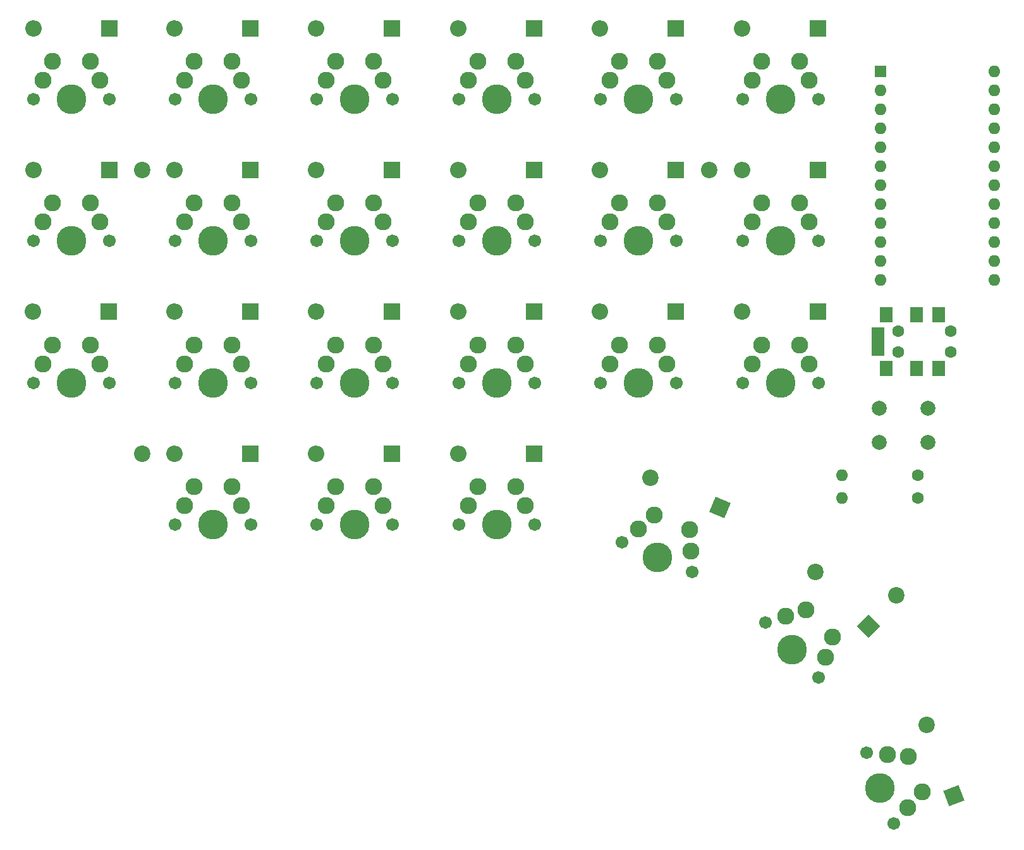
<source format=gbr>
%TF.GenerationSoftware,KiCad,Pcbnew,7.0.9*%
%TF.CreationDate,2023-12-16T00:05:47+09:00*%
%TF.ProjectId,Focus,466f6375-732e-46b6-9963-61645f706362,rev?*%
%TF.SameCoordinates,Original*%
%TF.FileFunction,Soldermask,Bot*%
%TF.FilePolarity,Negative*%
%FSLAX46Y46*%
G04 Gerber Fmt 4.6, Leading zero omitted, Abs format (unit mm)*
G04 Created by KiCad (PCBNEW 7.0.9) date 2023-12-16 00:05:47*
%MOMM*%
%LPD*%
G01*
G04 APERTURE LIST*
G04 Aperture macros list*
%AMHorizOval*
0 Thick line with rounded ends*
0 $1 width*
0 $2 $3 position (X,Y) of the first rounded end (center of the circle)*
0 $4 $5 position (X,Y) of the second rounded end (center of the circle)*
0 Add line between two ends*
20,1,$1,$2,$3,$4,$5,0*
0 Add two circle primitives to create the rounded ends*
1,1,$1,$2,$3*
1,1,$1,$4,$5*%
%AMRotRect*
0 Rectangle, with rotation*
0 The origin of the aperture is its center*
0 $1 length*
0 $2 width*
0 $3 Rotation angle, in degrees counterclockwise*
0 Add horizontal line*
21,1,$1,$2,0,0,$3*%
G04 Aperture macros list end*
%ADD10R,2.200000X2.200000*%
%ADD11O,2.200000X2.200000*%
%ADD12C,1.701800*%
%ADD13C,3.987800*%
%ADD14C,2.286000*%
%ADD15C,2.200000*%
%ADD16RotRect,2.200000X2.200000X157.000000*%
%ADD17HorizOval,2.200000X0.000000X0.000000X0.000000X0.000000X0*%
%ADD18C,2.000000*%
%ADD19RotRect,2.200000X2.200000X111.000000*%
%ADD20HorizOval,2.200000X0.000000X0.000000X0.000000X0.000000X0*%
%ADD21C,1.600000*%
%ADD22O,1.600000X1.600000*%
%ADD23R,1.600000X1.600000*%
%ADD24R,1.700000X2.000000*%
%ADD25RotRect,2.200000X2.200000X134.000000*%
%ADD26HorizOval,2.200000X0.000000X0.000000X0.000000X0.000000X0*%
G04 APERTURE END LIST*
D10*
%TO.C,D12*%
X132000000Y-87500000D03*
D11*
X121840000Y-87500000D03*
%TD*%
D12*
%TO.C,SW4*%
X83920000Y-97000000D03*
D13*
X89000000Y-97000000D03*
D12*
X94080000Y-97000000D03*
D14*
X85190000Y-94460000D03*
X86460000Y-91920000D03*
X91540000Y-91920000D03*
X92810000Y-94460000D03*
%TD*%
D10*
%TO.C,D8*%
X113000000Y-87500000D03*
D11*
X102840000Y-87500000D03*
%TD*%
D12*
%TO.C,SW19*%
X140920000Y-78000000D03*
D13*
X146000000Y-78000000D03*
D12*
X151080000Y-78000000D03*
D14*
X142190000Y-75460000D03*
X143460000Y-72920000D03*
X148540000Y-72920000D03*
X149810000Y-75460000D03*
%TD*%
D10*
%TO.C,D17*%
X151000000Y-30500000D03*
D11*
X140840000Y-30500000D03*
%TD*%
D10*
%TO.C,D21*%
X170000000Y-30500000D03*
D11*
X159840000Y-30500000D03*
%TD*%
D15*
%TO.C,H1*%
X79500000Y-49500000D03*
%TD*%
D12*
%TO.C,SW13*%
X121920000Y-40000000D03*
D13*
X127000000Y-40000000D03*
D12*
X132080000Y-40000000D03*
D14*
X123190000Y-37460000D03*
X124460000Y-34920000D03*
X129540000Y-34920000D03*
X130810000Y-37460000D03*
%TD*%
D12*
%TO.C,SW9*%
X102920000Y-40000000D03*
D13*
X108000000Y-40000000D03*
D12*
X113080000Y-40000000D03*
D14*
X104190000Y-37460000D03*
X105460000Y-34920000D03*
X110540000Y-34920000D03*
X111810000Y-37460000D03*
%TD*%
D12*
%TO.C,SW5*%
X83920000Y-40000000D03*
D13*
X89000000Y-40000000D03*
D12*
X94080000Y-40000000D03*
D14*
X85190000Y-37460000D03*
X86460000Y-34920000D03*
X91540000Y-34920000D03*
X92810000Y-37460000D03*
%TD*%
D10*
%TO.C,D5*%
X94000000Y-30500000D03*
D11*
X83840000Y-30500000D03*
%TD*%
D10*
%TO.C,D4*%
X94000000Y-87500000D03*
D11*
X83840000Y-87500000D03*
%TD*%
D16*
%TO.C,D16*%
X156926165Y-94734914D03*
D17*
X147573836Y-90765086D03*
%TD*%
D12*
%TO.C,SW17*%
X140920000Y-40000000D03*
D13*
X146000000Y-40000000D03*
D12*
X151080000Y-40000000D03*
D14*
X142190000Y-37460000D03*
X143460000Y-34920000D03*
X148540000Y-34920000D03*
X149810000Y-37460000D03*
%TD*%
D12*
%TO.C,SW14*%
X121920000Y-59000000D03*
D13*
X127000000Y-59000000D03*
D12*
X132080000Y-59000000D03*
D14*
X123190000Y-56460000D03*
X124460000Y-53920000D03*
X129540000Y-53920000D03*
X130810000Y-56460000D03*
%TD*%
D12*
%TO.C,SW15*%
X121920000Y-78000000D03*
D13*
X127000000Y-78000000D03*
D12*
X132080000Y-78000000D03*
D14*
X123190000Y-75460000D03*
X124460000Y-72920000D03*
X129540000Y-72920000D03*
X130810000Y-75460000D03*
%TD*%
D12*
%TO.C,SW21*%
X159920000Y-40000000D03*
D13*
X165000000Y-40000000D03*
D12*
X170080000Y-40000000D03*
D14*
X161190000Y-37460000D03*
X162460000Y-34920000D03*
X167540000Y-34920000D03*
X168810000Y-37460000D03*
%TD*%
D10*
%TO.C,D15*%
X132000000Y-68500000D03*
D11*
X121840000Y-68500000D03*
%TD*%
D12*
%TO.C,SW3*%
X64920000Y-78000000D03*
D13*
X70000000Y-78000000D03*
D12*
X75080000Y-78000000D03*
D14*
X66190000Y-75460000D03*
X67460000Y-72920000D03*
X72540000Y-72920000D03*
X73810000Y-75460000D03*
%TD*%
D12*
%TO.C,SW7*%
X83920000Y-78000000D03*
D13*
X89000000Y-78000000D03*
D12*
X94080000Y-78000000D03*
D14*
X85190000Y-75460000D03*
X86460000Y-72920000D03*
X91540000Y-72920000D03*
X92810000Y-75460000D03*
%TD*%
D15*
%TO.C,H3*%
X155500000Y-49500000D03*
%TD*%
D18*
%TO.C,SW25*%
X178250000Y-81450000D03*
X184750000Y-81450000D03*
X178250000Y-85950000D03*
X184750000Y-85950000D03*
%TD*%
D19*
%TO.C,D24*%
X188250000Y-133350000D03*
D20*
X184608982Y-123864823D03*
%TD*%
D10*
%TO.C,D11*%
X113000000Y-68500000D03*
D11*
X102840000Y-68500000D03*
%TD*%
D21*
%TO.C,R1*%
X183450000Y-90350000D03*
D22*
X173290000Y-90350000D03*
%TD*%
D12*
%TO.C,SW20*%
X163034824Y-110139544D03*
D13*
X166563689Y-113793790D03*
D12*
X170092554Y-117448036D03*
D14*
X165744164Y-109288673D03*
X168453503Y-108437802D03*
X171982367Y-112092049D03*
X171037460Y-114770042D03*
%TD*%
D10*
%TO.C,D18*%
X151000000Y-49500000D03*
D11*
X140840000Y-49500000D03*
%TD*%
D10*
%TO.C,D2*%
X75080000Y-49500000D03*
D11*
X64920000Y-49500000D03*
%TD*%
D10*
%TO.C,D6*%
X94000000Y-49500000D03*
D11*
X83840000Y-49500000D03*
%TD*%
D12*
%TO.C,SW12*%
X121920000Y-97000000D03*
D13*
X127000000Y-97000000D03*
D12*
X132080000Y-97000000D03*
D14*
X123190000Y-94460000D03*
X124460000Y-91920000D03*
X129540000Y-91920000D03*
X130810000Y-94460000D03*
%TD*%
D12*
%TO.C,SW6*%
X83920000Y-59000000D03*
D13*
X89000000Y-59000000D03*
D12*
X94080000Y-59000000D03*
D14*
X85190000Y-56460000D03*
X86460000Y-53920000D03*
X91540000Y-53920000D03*
X92810000Y-56460000D03*
%TD*%
D10*
%TO.C,D22*%
X170000000Y-49500000D03*
D11*
X159840000Y-49500000D03*
%TD*%
D15*
%TO.C,H4*%
X180500000Y-106500000D03*
%TD*%
D12*
%TO.C,SW23*%
X159920000Y-78000000D03*
D13*
X165000000Y-78000000D03*
D12*
X170080000Y-78000000D03*
D14*
X161190000Y-75460000D03*
X162460000Y-72920000D03*
X167540000Y-72920000D03*
X168810000Y-75460000D03*
%TD*%
D12*
%TO.C,SW24*%
X176526414Y-127547174D03*
D13*
X178346923Y-132289763D03*
D12*
X180167432Y-137032352D03*
D14*
X179352835Y-127822567D03*
X182179257Y-128097960D03*
X183999766Y-132840548D03*
X182083599Y-134936450D03*
%TD*%
D12*
%TO.C,SW22*%
X159920000Y-59000000D03*
D13*
X165000000Y-59000000D03*
D12*
X170080000Y-59000000D03*
D14*
X161190000Y-56460000D03*
X162460000Y-53920000D03*
X167540000Y-53920000D03*
X168810000Y-56460000D03*
%TD*%
D10*
%TO.C,D1*%
X75080000Y-30500000D03*
D11*
X64920000Y-30500000D03*
%TD*%
D10*
%TO.C,D10*%
X113000000Y-49500000D03*
D11*
X102840000Y-49500000D03*
%TD*%
D12*
%TO.C,SW16*%
X143814047Y-99387319D03*
D13*
X148490212Y-101372233D03*
D12*
X153166377Y-103357147D03*
D14*
X145975546Y-97545465D03*
X148137044Y-95703611D03*
X152813208Y-97688525D03*
X152989793Y-100522836D03*
%TD*%
D12*
%TO.C,SW11*%
X102920000Y-78000000D03*
D13*
X108000000Y-78000000D03*
D12*
X113080000Y-78000000D03*
D14*
X104190000Y-75460000D03*
X105460000Y-72920000D03*
X110540000Y-72920000D03*
X111810000Y-75460000D03*
%TD*%
D23*
%TO.C,U1*%
X178380000Y-36300000D03*
D22*
X178380000Y-38840000D03*
X178380000Y-41380000D03*
X178380000Y-43920000D03*
X178380000Y-46460000D03*
X178380000Y-49000000D03*
X178380000Y-51540000D03*
X178380000Y-54080000D03*
X178380000Y-56620000D03*
X178380000Y-59160000D03*
X178380000Y-61700000D03*
X178380000Y-64240000D03*
X193620000Y-64240000D03*
X193620000Y-61700000D03*
X193620000Y-59160000D03*
X193620000Y-56620000D03*
X193620000Y-54080000D03*
X193620000Y-51540000D03*
X193620000Y-49000000D03*
X193620000Y-46460000D03*
X193620000Y-43920000D03*
X193620000Y-41380000D03*
X193620000Y-38840000D03*
X193620000Y-36300000D03*
%TD*%
D10*
%TO.C,D14*%
X132000000Y-49500000D03*
D11*
X121840000Y-49500000D03*
%TD*%
D21*
%TO.C,J1*%
X187800000Y-73850000D03*
X180800000Y-73850000D03*
D24*
X183200000Y-76100000D03*
X186200000Y-76100000D03*
X178100000Y-71600000D03*
X179200000Y-76100000D03*
%TD*%
D10*
%TO.C,D3*%
X75000000Y-68500000D03*
D11*
X64840000Y-68500000D03*
%TD*%
D12*
%TO.C,SW1*%
X64920000Y-40000000D03*
D13*
X70000000Y-40000000D03*
D12*
X75080000Y-40000000D03*
D14*
X66190000Y-37460000D03*
X67460000Y-34920000D03*
X72540000Y-34920000D03*
X73810000Y-37460000D03*
%TD*%
D21*
%TO.C,R2*%
X183450000Y-93400000D03*
D22*
X173290000Y-93400000D03*
%TD*%
D10*
%TO.C,D9*%
X113000000Y-30500000D03*
D11*
X102840000Y-30500000D03*
%TD*%
D25*
%TO.C,D20*%
X176778865Y-110654246D03*
D26*
X169721136Y-103345754D03*
%TD*%
D15*
%TO.C,H2*%
X79500000Y-87500000D03*
%TD*%
D12*
%TO.C,SW2*%
X64920000Y-59000000D03*
D13*
X70000000Y-59000000D03*
D12*
X75080000Y-59000000D03*
D14*
X66190000Y-56460000D03*
X67460000Y-53920000D03*
X72540000Y-53920000D03*
X73810000Y-56460000D03*
%TD*%
D12*
%TO.C,SW10*%
X102920000Y-59000000D03*
D13*
X108000000Y-59000000D03*
D12*
X113080000Y-59000000D03*
D14*
X104190000Y-56460000D03*
X105460000Y-53920000D03*
X110540000Y-53920000D03*
X111810000Y-56460000D03*
%TD*%
D10*
%TO.C,D13*%
X132000000Y-30500000D03*
D11*
X121840000Y-30500000D03*
%TD*%
D12*
%TO.C,SW18*%
X140920000Y-59000000D03*
D13*
X146000000Y-59000000D03*
D12*
X151080000Y-59000000D03*
D14*
X142190000Y-56460000D03*
X143460000Y-53920000D03*
X148540000Y-53920000D03*
X149810000Y-56460000D03*
%TD*%
D10*
%TO.C,D19*%
X151000000Y-68500000D03*
D11*
X140840000Y-68500000D03*
%TD*%
D10*
%TO.C,D7*%
X94000000Y-68500000D03*
D11*
X83840000Y-68500000D03*
%TD*%
D12*
%TO.C,SW8*%
X102920000Y-97000000D03*
D13*
X108000000Y-97000000D03*
D12*
X113080000Y-97000000D03*
D14*
X104190000Y-94460000D03*
X105460000Y-91920000D03*
X110540000Y-91920000D03*
X111810000Y-94460000D03*
%TD*%
D10*
%TO.C,D23*%
X170000000Y-68500000D03*
D11*
X159840000Y-68500000D03*
%TD*%
D21*
%TO.C,J2*%
X187800000Y-71100000D03*
X180800000Y-71100000D03*
D24*
X183200000Y-68850000D03*
X186200000Y-68850000D03*
X178100000Y-73350000D03*
X179200000Y-68850000D03*
%TD*%
M02*

</source>
